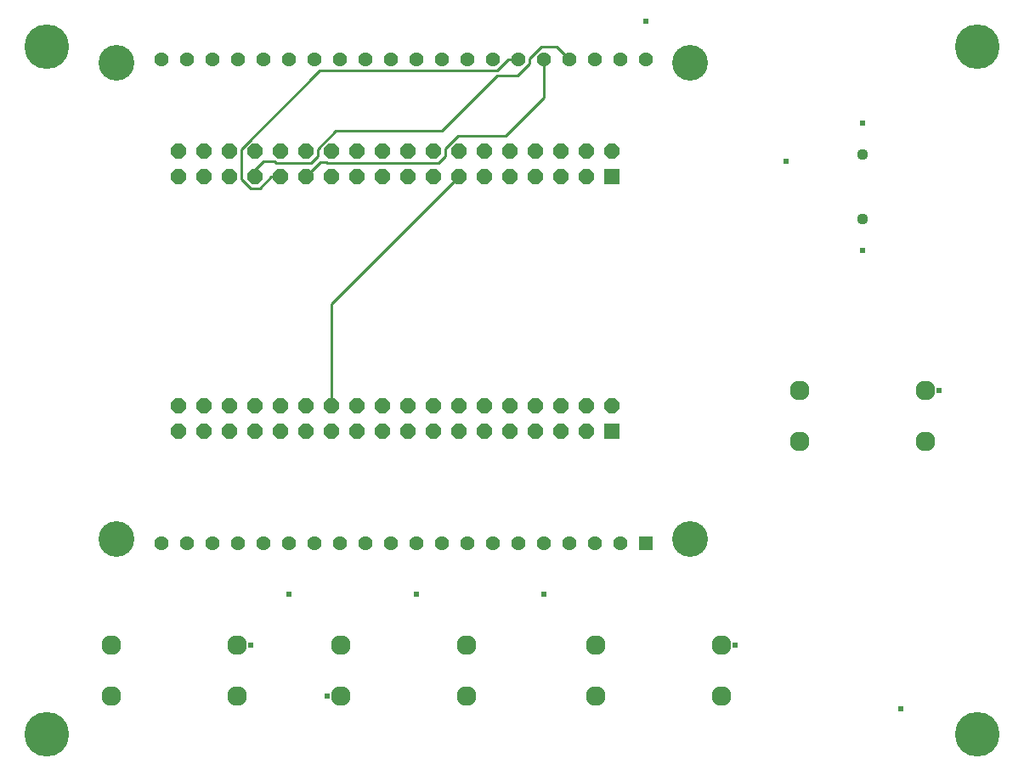
<source format=gbr>
G04 EAGLE Gerber RS-274X export*
G75*
%MOMM*%
%FSLAX34Y34*%
%LPD*%
%INBottom Copper*%
%IPPOS*%
%AMOC8*
5,1,8,0,0,1.08239X$1,22.5*%
G01*
%ADD10C,1.120000*%
%ADD11R,1.524000X1.524000*%
%ADD12P,1.649562X8X202.500000*%
%ADD13C,1.960000*%
%ADD14C,3.556000*%
%ADD15R,1.428000X1.428000*%
%ADD16C,1.428000*%
%ADD17C,4.445000*%
%ADD18C,0.609600*%
%ADD19C,0.254000*%


D10*
X850900Y616700D03*
X850900Y551700D03*
D11*
X601300Y340100D03*
D12*
X601300Y365500D03*
X575900Y340100D03*
X575900Y365500D03*
X550500Y340100D03*
X550500Y365500D03*
X525100Y340100D03*
X525100Y365500D03*
X499700Y340100D03*
X499700Y365500D03*
X474300Y340100D03*
X474300Y365500D03*
X448900Y340100D03*
X448900Y365500D03*
X423500Y340100D03*
X423500Y365500D03*
X398100Y340100D03*
X398100Y365500D03*
X372700Y340100D03*
X372700Y365500D03*
X347300Y340100D03*
X347300Y365500D03*
X321900Y340100D03*
X321900Y365500D03*
X296500Y340100D03*
X296500Y365500D03*
X271100Y340100D03*
X271100Y365500D03*
X245700Y340100D03*
X245700Y365500D03*
X220300Y340100D03*
X220300Y365500D03*
X194900Y340100D03*
X194900Y365500D03*
X169500Y340100D03*
X169500Y365500D03*
D11*
X601300Y594100D03*
D12*
X601300Y619500D03*
X575900Y594100D03*
X575900Y619500D03*
X550500Y594100D03*
X550500Y619500D03*
X525100Y594100D03*
X525100Y619500D03*
X499700Y594100D03*
X499700Y619500D03*
X474300Y594100D03*
X474300Y619500D03*
X448900Y594100D03*
X448900Y619500D03*
X423500Y594100D03*
X423500Y619500D03*
X398100Y594100D03*
X398100Y619500D03*
X372700Y594100D03*
X372700Y619500D03*
X347300Y594100D03*
X347300Y619500D03*
X321900Y594100D03*
X321900Y619500D03*
X296500Y594100D03*
X296500Y619500D03*
X271100Y594100D03*
X271100Y619500D03*
X245700Y594100D03*
X245700Y619500D03*
X220300Y594100D03*
X220300Y619500D03*
X194900Y594100D03*
X194900Y619500D03*
X169500Y594100D03*
X169500Y619500D03*
D13*
X227600Y126600D03*
X227600Y76600D03*
X102600Y76600D03*
X102600Y126600D03*
D14*
X679450Y232410D03*
X679450Y707390D03*
X107950Y232410D03*
X107950Y707390D03*
D15*
X635000Y228600D03*
D16*
X406400Y228600D03*
X431800Y228600D03*
X457200Y228600D03*
X482600Y228600D03*
X508000Y228600D03*
X533400Y228600D03*
X558800Y228600D03*
X584200Y228600D03*
X609600Y228600D03*
X381000Y228600D03*
X355600Y228600D03*
X330200Y228600D03*
X304800Y228600D03*
X279400Y228600D03*
X254000Y228600D03*
X228600Y228600D03*
X203200Y228600D03*
X177800Y228600D03*
X152400Y228600D03*
X635000Y711200D03*
X609600Y711200D03*
X584200Y711200D03*
X558800Y711200D03*
X533400Y711200D03*
X508000Y711200D03*
X482600Y711200D03*
X457200Y711200D03*
X431800Y711200D03*
X406400Y711200D03*
X381000Y711200D03*
X355600Y711200D03*
X330200Y711200D03*
X304800Y711200D03*
X279400Y711200D03*
X254000Y711200D03*
X228600Y711200D03*
X203200Y711200D03*
X177800Y711200D03*
X152400Y711200D03*
D13*
X331200Y76600D03*
X331200Y126600D03*
X456200Y126600D03*
X456200Y76600D03*
X710200Y126600D03*
X710200Y76600D03*
X585200Y76600D03*
X585200Y126600D03*
X913400Y380600D03*
X913400Y330600D03*
X788400Y330600D03*
X788400Y380600D03*
D17*
X38100Y38100D03*
X38100Y723900D03*
X965200Y723900D03*
X965200Y38100D03*
D18*
X723900Y127000D03*
X241300Y127000D03*
X927100Y381000D03*
X850900Y647700D03*
X317500Y76200D03*
X889000Y63500D03*
X635000Y749300D03*
X279400Y177800D03*
X406400Y177800D03*
X533400Y177800D03*
X774700Y609600D03*
X850900Y520700D03*
D19*
X448900Y594100D02*
X321900Y467100D01*
X321900Y365500D01*
X326316Y640080D02*
X431800Y640080D01*
X307930Y621695D02*
X307930Y614766D01*
X301235Y608070D01*
X266366Y608070D02*
X264836Y609600D01*
X254000Y609600D01*
X266366Y608070D02*
X301235Y608070D01*
X254000Y609600D02*
X245700Y601300D01*
X245700Y594100D01*
X307930Y621695D02*
X326316Y640080D01*
X431800Y640080D02*
X486890Y695170D01*
X518950Y706664D02*
X518950Y712236D01*
X530614Y723900D01*
X546100Y723900D01*
X507456Y695170D02*
X486890Y695170D01*
X507456Y695170D02*
X518950Y706664D01*
X546100Y723900D02*
X558800Y711200D01*
X533400Y673100D02*
X495300Y635000D01*
X533400Y673100D02*
X533400Y711200D01*
X317166Y608070D02*
X316568Y608668D01*
X317166Y608070D02*
X428235Y608070D01*
X316568Y608668D02*
X311068Y608668D01*
X296500Y594100D01*
X428235Y608070D02*
X430782Y610618D01*
X434930Y622300D02*
X447630Y635000D01*
X434930Y622300D02*
X434930Y614766D01*
X430782Y610618D01*
X447630Y635000D02*
X495300Y635000D01*
X498086Y711200D02*
X508000Y711200D01*
X498086Y711200D02*
X487136Y700250D01*
X310286Y700250D01*
X231730Y621695D01*
X240966Y582670D02*
X250435Y582670D01*
X261865Y594100D02*
X271100Y594100D01*
X261865Y594100D02*
X250435Y582670D01*
X240966Y582670D02*
X231730Y591906D01*
X231730Y621695D01*
M02*

</source>
